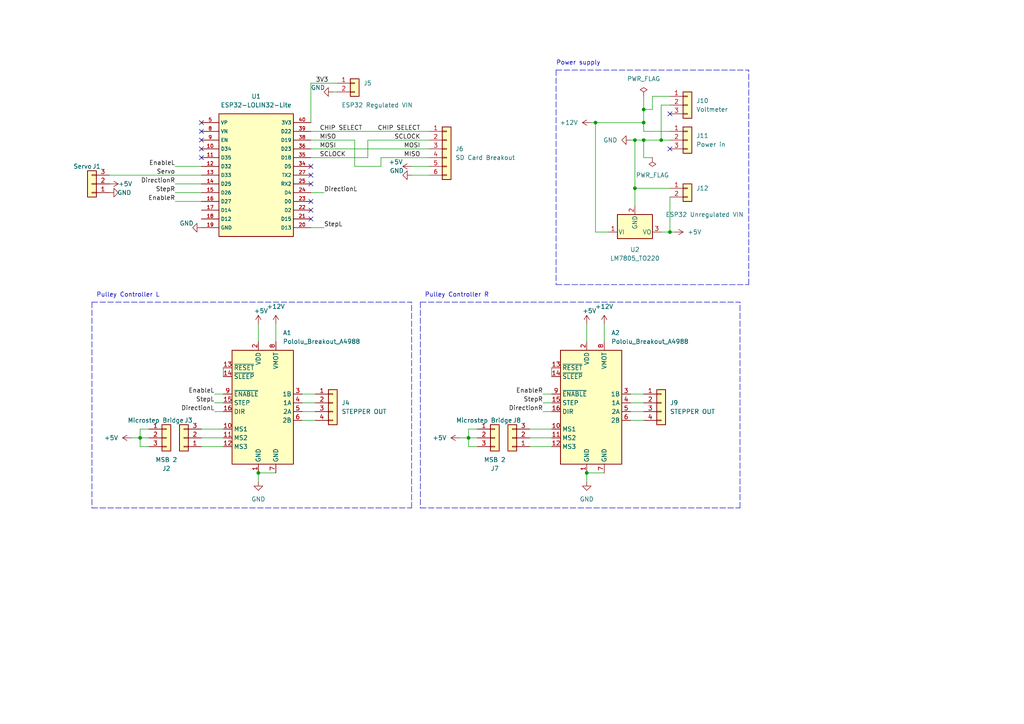
<source format=kicad_sch>
(kicad_sch (version 20211123) (generator eeschema)
  (paper "A4")
  (title_block (title "Whiteboard Plotter Controller board") (rev "1"))
  (lib_symbols
    (symbol "Connector_Generic:Conn_01x02" (pin_names (offset 1.016) hide)
      (property "Reference" "J" (at 0 2.54 0))
      (property "Value" "Conn_01x02" (at 0 -5.08 0))
      (symbol "Conn_01x02_1_1"
        (rectangle (start -1.27 -2.413) (end 0 -2.667) (stroke (width 0.1524)))
        (rectangle (start -1.27 0.127) (end 0 -0.127) (stroke (width 0.1524)))
        (rectangle (start -1.27 1.27) (end 1.27 -3.81) (stroke (width 0.254)) (fill (type background)))
        (pin passive line (at -5.08 0 0) (length 3.81) (name "Pin_1") (number "1"))
        (pin passive line (at -5.08 -2.54 0) (length 3.81) (name "Pin_2") (number "2"))
      )
    )
    (symbol "Connector_Generic:Conn_01x03" (pin_names (offset 1.016) hide)
      (property "Reference" "J" (at 0 5.08 0))
      (property "Value" "Conn_01x03" (at 0 -5.08 0))
      (symbol "Conn_01x03_1_1"
        (rectangle (start -1.27 -2.413) (end 0 -2.667) (stroke (width 0.1524)))
        (rectangle (start -1.27 0.127) (end 0 -0.127) (stroke (width 0.1524)))
        (rectangle (start -1.27 2.667) (end 0 2.413) (stroke (width 0.1524)))
        (rectangle (start -1.27 3.81) (end 1.27 -3.81) (stroke (width 0.254)) (fill (type background)))
        (pin passive line (at -5.08 2.54 0) (length 3.81) (name "Pin_1") (number "1"))
        (pin passive line (at -5.08 0 0) (length 3.81) (name "Pin_2") (number "2"))
        (pin passive line (at -5.08 -2.54 0) (length 3.81) (name "Pin_3") (number "3"))
      )
    )
    (symbol "Connector_Generic:Conn_01x04" (pin_names (offset 1.016) hide)
      (property "Reference" "J" (at 0 5.08 0))
      (property "Value" "Conn_01x04" (at 0 -7.62 0))
      (symbol "Conn_01x04_1_1"
        (rectangle (start -1.27 -4.953) (end 0 -5.207) (stroke (width 0.1524)))
        (rectangle (start -1.27 -2.413) (end 0 -2.667) (stroke (width 0.1524)))
        (rectangle (start -1.27 0.127) (end 0 -0.127) (stroke (width 0.1524)))
        (rectangle (start -1.27 2.667) (end 0 2.413) (stroke (width 0.1524)))
        (rectangle (start -1.27 3.81) (end 1.27 -6.35) (stroke (width 0.254)) (fill (type background)))
        (pin passive line (at -5.08 2.54 0) (length 3.81) (name "Pin_1") (number "1"))
        (pin passive line (at -5.08 0 0) (length 3.81) (name "Pin_2") (number "2"))
        (pin passive line (at -5.08 -2.54 0) (length 3.81) (name "Pin_3") (number "3"))
        (pin passive line (at -5.08 -5.08 0) (length 3.81) (name "Pin_4") (number "4"))
      )
    )
    (symbol "Connector_Generic:Conn_01x06" (pin_names (offset 1.016) hide)
      (property "Reference" "J" (at 0 7.62 0))
      (property "Value" "Conn_01x06" (at 0 -10.16 0))
      (symbol "Conn_01x06_1_1"
        (rectangle (start -1.27 -7.493) (end 0 -7.747) (stroke (width 0.1524)))
        (rectangle (start -1.27 -4.953) (end 0 -5.207) (stroke (width 0.1524)))
        (rectangle (start -1.27 -2.413) (end 0 -2.667) (stroke (width 0.1524)))
        (rectangle (start -1.27 0.127) (end 0 -0.127) (stroke (width 0.1524)))
        (rectangle (start -1.27 2.667) (end 0 2.413) (stroke (width 0.1524)))
        (rectangle (start -1.27 5.207) (end 0 4.953) (stroke (width 0.1524)))
        (rectangle (start -1.27 6.35) (end 1.27 -8.89) (stroke (width 0.254)) (fill (type background)))
        (pin passive line (at -5.08 5.08 0) (length 3.81) (name "Pin_1") (number "1"))
        (pin passive line (at -5.08 2.54 0) (length 3.81) (name "Pin_2") (number "2"))
        (pin passive line (at -5.08 0 0) (length 3.81) (name "Pin_3") (number "3"))
        (pin passive line (at -5.08 -2.54 0) (length 3.81) (name "Pin_4") (number "4"))
        (pin passive line (at -5.08 -5.08 0) (length 3.81) (name "Pin_5") (number "5"))
        (pin passive line (at -5.08 -7.62 0) (length 3.81) (name "Pin_6") (number "6"))
      )
    )
    (symbol "Driver_Motor:Pololu_Breakout_A4988"
      (property "Reference" "A" (at -2.54 19.05 0))
      (property "Value" "Pololu_Breakout_A4988" (at -2.54 16.51 0))
      (symbol "Pololu_Breakout_A4988_0_1"
        (rectangle (start 10.16 -17.78) (end -7.62 15.24) (stroke (width 0.254)) (fill (type background)))
      )
      (symbol "Pololu_Breakout_A4988_1_1"
        (pin power_in line (at 0 -20.32 90) (length 2.54) (name "GND") (number "1"))
        (pin input line (at -10.16 -7.62 0) (length 2.54) (name "MS1") (number "10"))
        (pin input line (at -10.16 -10.16 0) (length 2.54) (name "MS2") (number "11"))
        (pin input line (at -10.16 -12.7 0) (length 2.54) (name "MS3") (number "12"))
        (pin input line (at -10.16 10.16 0) (length 2.54) (name "~{RESET}") (number "13"))
        (pin input line (at -10.16 7.62 0) (length 2.54) (name "~{SLEEP}") (number "14"))
        (pin input line (at -10.16 0 0) (length 2.54) (name "STEP") (number "15"))
        (pin input line (at -10.16 -2.54 0) (length 2.54) (name "DIR") (number "16"))
        (pin power_in line (at 0 17.78 270) (length 2.54) (name "VDD") (number "2"))
        (pin output line (at 12.7 2.54 180) (length 2.54) (name "1B") (number "3"))
        (pin output line (at 12.7 0 180) (length 2.54) (name "1A") (number "4"))
        (pin output line (at 12.7 -2.54 180) (length 2.54) (name "2A") (number "5"))
        (pin output line (at 12.7 -5.08 180) (length 2.54) (name "2B") (number "6"))
        (pin power_in line (at 5.08 -20.32 90) (length 2.54) (name "GND") (number "7"))
        (pin power_in line (at 5.08 17.78 270) (length 2.54) (name "VMOT") (number "8"))
        (pin input line (at -10.16 2.54 0) (length 2.54) (name "~{ENABLE}") (number "9"))
      )
    )
    (symbol "Espressif:ESP32-LOLIN32-Lite"
      (property "Reference" "U" (at -3.81 13.97 0))
      (property "Value" "ESP32-LOLIN32-Lite" (at 0 1.27 90))
      (symbol "ESP32-LOLIN32-Lite_0_1"
        (rectangle (start -11.43 19.05) (end 10.16 -16.51) (stroke (width 0.254)) (fill (type background)))
      )
      (symbol "ESP32-LOLIN32-Lite_1_1"
        (pin bidirectional line (at -16.51 8.89 0) (length 5.08) (name "D34") (number "10"))
        (pin bidirectional line (at -16.51 6.35 0) (length 5.08) (name "D35") (number "11"))
        (pin bidirectional line (at -16.51 3.81 0) (length 5.08) (name "D32") (number "12"))
        (pin bidirectional line (at -16.51 1.27 0) (length 5.08) (name "D33") (number "13"))
        (pin bidirectional line (at -16.51 -1.27 0) (length 5.08) (name "D25") (number "14"))
        (pin bidirectional line (at -16.51 -3.81 0) (length 5.08) (name "D26") (number "15"))
        (pin bidirectional line (at -16.51 -6.35 0) (length 5.08) (name "D27") (number "16"))
        (pin bidirectional line (at -16.51 -8.89 0) (length 5.08) (name "D14") (number "17"))
        (pin bidirectional line (at -16.51 -11.43 0) (length 5.08) (name "D12") (number "18"))
        (pin power_in line (at -16.51 -13.97 0) (length 5.08) (name "GND") (number "19"))
        (pin bidirectional line (at 15.24 -13.97 180) (length 5.08) (name "D13") (number "20"))
        (pin bidirectional line (at 15.24 -11.43 180) (length 5.08) (name "D15") (number "21"))
        (pin bidirectional line (at 15.24 -8.89 180) (length 5.08) (name "D2") (number "22"))
        (pin bidirectional line (at 15.24 -6.35 180) (length 5.08) (name "D0") (number "23"))
        (pin bidirectional line (at 15.24 -3.81 180) (length 5.08) (name "D4") (number "24"))
        (pin input line (at 15.24 -1.27 180) (length 5.08) (name "RX2") (number "25"))
        (pin output line (at 15.24 1.27 180) (length 5.08) (name "TX2") (number "27"))
        (pin bidirectional line (at 15.24 3.81 180) (length 5.08) (name "D5") (number "34"))
        (pin bidirectional line (at 15.24 6.35 180) (length 5.08) (name "D18") (number "35"))
        (pin bidirectional line (at 15.24 8.89 180) (length 5.08) (name "D23") (number "36"))
        (pin bidirectional line (at 15.24 11.43 180) (length 5.08) (name "D19") (number "38"))
        (pin bidirectional line (at 15.24 13.97 180) (length 5.08) (name "D22") (number "39"))
        (pin input line (at 15.24 16.51 180) (length 5.08) (name "3V3") (number "40"))
        (pin bidirectional line (at -16.51 16.51 0) (length 5.08) (name "VP") (number "5"))
        (pin bidirectional line (at -16.51 13.97 0) (length 5.08) (name "VN") (number "8"))
        (pin input line (at -16.51 11.43 0) (length 5.08) (name "EN") (number "9"))
      )
    )
    (symbol "Regulator_Linear:LM7805_TO220" (pin_names (offset 0.254))
      (property "Reference" "U" (at -3.81 3.175 0))
      (property "Value" "LM7805_TO220" (at 0 3.175 0))
      (symbol "LM7805_TO220_0_1"
        (rectangle (start -5.08 1.905) (end 5.08 -5.08) (stroke (width 0.254)) (fill (type background)))
      )
      (symbol "LM7805_TO220_1_1"
        (pin power_in line (at -7.62 0 0) (length 2.54) (name "VI") (number "1"))
        (pin power_in line (at 0 -7.62 90) (length 2.54) (name "GND") (number "2"))
        (pin power_out line (at 7.62 0 180) (length 2.54) (name "VO") (number "3"))
      )
    )
    (symbol "power:+12V" (power) (pin_names (offset 0))
      (property "Value" "+12V" (at 0 3.556 0))
      (symbol "+12V_0_1"
        (polyline (pts (xy -0.762 1.27) (xy 0 2.54)))
        (polyline (pts (xy 0 0) (xy 0 2.54)))
        (polyline (pts (xy 0 2.54) (xy 0.762 1.27)))
      )
      (symbol "+12V_1_1"
        (pin power_in line (at 0 0 90) (length 0) hide (name "+12V") (number "1"))
      )
    )
    (symbol "power:+5V" (power) (pin_names (offset 0))
      (property "Value" "+5V" (at 0 3.556 0))
      (symbol "+5V_0_1"
        (polyline (pts (xy -0.762 1.27) (xy 0 2.54)))
        (polyline (pts (xy 0 0) (xy 0 2.54)))
        (polyline (pts (xy 0 2.54) (xy 0.762 1.27)))
      )
      (symbol "+5V_1_1"
        (pin power_in line (at 0 0 90) (length 0) hide (name "+5V") (number "1"))
      )
    )
    (symbol "power:GND" (power) (pin_names (offset 0))
      (property "Value" "GND" (at 0 -3.81 0))
      (symbol "GND_0_1"
        (polyline (pts (xy 0 0) (xy 0 -1.27) (xy 1.27 -1.27) (xy 0 -2.54) (xy -1.27 -1.27) (xy 0 -1.27)))
      )
      (symbol "GND_1_1"
        (pin power_in line (at 0 0 270) (length 0) hide (name "GND") (number "1"))
      )
    )
    (symbol "power:PWR_FLAG" (power) (pin_numbers hide) (pin_names (offset 0) hide)
      (property "Value" "PWR_FLAG" (at 0 3.81 0))
      (symbol "PWR_FLAG_0_0"
        (pin power_out line (at 0 0 90) (length 0) (name "pwr") (number "1"))
      )
      (symbol "PWR_FLAG_0_1"
        (polyline (pts (xy 0 0) (xy 0 1.27) (xy -1.016 1.905) (xy 0 2.54) (xy 1.016 1.905) (xy 0 1.27)))
      )
    )
  )
  (junction (at 194.31 67.31))
  (junction (at 40.64 127))
  (junction (at 184.15 54.61))
  (junction (at 172.72 35.56))
  (junction (at 170.18 137.16))
  (junction (at 186.69 35.56))
  (junction (at 184.15 40.64))
  (junction (at 186.69 31.75))
  (junction (at 186.69 40.64))
  (junction (at 135.89 127))
  (junction (at 191.77 40.64))
  (junction (at 74.93 137.16))
  (no_connect (at 58.42 43.18))
  (no_connect (at 194.31 33.02))
  (no_connect (at 90.17 53.34))
  (no_connect (at 90.17 50.8))
  (no_connect (at 90.17 48.26))
  (no_connect (at 90.17 60.96))
  (no_connect (at 90.17 63.5))
  (no_connect (at 90.17 58.42))
  (no_connect (at 58.42 38.1))
  (no_connect (at 58.42 40.64))
  (no_connect (at 58.42 35.56))
  (no_connect (at 194.31 43.18))
  (no_connect (at 58.42 45.72))
  (wire (pts (xy 31.75 50.8) (xy 58.42 50.8)))
  (wire (pts (xy 194.31 67.31) (xy 195.58 67.31)))
  (wire (pts (xy 186.69 40.64) (xy 186.69 45.72)))
  (polyline (pts (xy 217.17 82.55) (xy 217.17 20.32)))
  (wire (pts (xy 90.17 38.1) (xy 124.46 38.1)))
  (wire (pts (xy 186.69 121.92) (xy 182.88 121.92)))
  (wire (pts (xy 62.23 119.38) (xy 64.77 119.38)))
  (wire (pts (xy 171.45 35.56) (xy 172.72 35.56)))
  (wire (pts (xy 91.44 116.84) (xy 87.63 116.84)))
  (wire (pts (xy 90.17 40.64) (xy 102.87 40.64)))
  (wire (pts (xy 90.17 43.18) (xy 124.46 43.18)))
  (wire (pts (xy 135.89 124.46) (xy 138.43 124.46)))
  (wire (pts (xy 124.46 48.26) (xy 119.38 48.26)))
  (wire (pts (xy 50.8 58.42) (xy 58.42 58.42)))
  (wire (pts (xy 91.44 114.3) (xy 87.63 114.3)))
  (wire (pts (xy 186.69 40.64) (xy 191.77 40.64)))
  (wire (pts (xy 153.67 129.54) (xy 160.02 129.54)))
  (wire (pts (xy 189.23 45.72) (xy 186.69 45.72)))
  (wire (pts (xy 170.18 139.7) (xy 170.18 137.16)))
  (wire (pts (xy 157.48 119.38) (xy 160.02 119.38)))
  (wire (pts (xy 186.69 31.75) (xy 186.69 35.56)))
  (polyline (pts (xy 161.29 20.32) (xy 217.17 20.32)))
  (wire (pts (xy 160.02 106.68) (xy 160.02 109.22)))
  (polyline (pts (xy 26.67 87.63) (xy 26.67 147.32)))
  (wire (pts (xy 40.64 127) (xy 40.64 129.54)))
  (wire (pts (xy 172.72 35.56) (xy 172.72 67.31)))
  (wire (pts (xy 58.42 124.46) (xy 64.77 124.46)))
  (wire (pts (xy 184.15 54.61) (xy 184.15 59.69)))
  (wire (pts (xy 184.15 40.64) (xy 184.15 54.61)))
  (wire (pts (xy 172.72 35.56) (xy 186.69 35.56)))
  (wire (pts (xy 124.46 50.8) (xy 119.38 50.8)))
  (polyline (pts (xy 121.92 87.63) (xy 121.92 147.32)))
  (wire (pts (xy 184.15 40.64) (xy 186.69 40.64)))
  (wire (pts (xy 153.67 127) (xy 160.02 127)))
  (wire (pts (xy 135.89 127) (xy 138.43 127)))
  (wire (pts (xy 93.98 66.04) (xy 90.17 66.04)))
  (wire (pts (xy 157.48 114.3) (xy 160.02 114.3)))
  (wire (pts (xy 135.89 129.54) (xy 138.43 129.54)))
  (polyline (pts (xy 121.92 87.63) (xy 214.63 87.63)))
  (wire (pts (xy 62.23 114.3) (xy 64.77 114.3)))
  (wire (pts (xy 186.69 114.3) (xy 182.88 114.3)))
  (wire (pts (xy 170.18 137.16) (xy 175.26 137.16)))
  (wire (pts (xy 90.17 24.13) (xy 97.79 24.13)))
  (wire (pts (xy 90.17 45.72) (xy 106.68 45.72)))
  (wire (pts (xy 106.68 40.64) (xy 106.68 45.72)))
  (wire (pts (xy 186.69 38.1) (xy 194.31 38.1)))
  (wire (pts (xy 38.1 127) (xy 40.64 127)))
  (wire (pts (xy 50.8 53.34) (xy 58.42 53.34)))
  (wire (pts (xy 186.69 119.38) (xy 182.88 119.38)))
  (wire (pts (xy 133.35 127) (xy 135.89 127)))
  (wire (pts (xy 184.15 54.61) (xy 194.31 54.61)))
  (wire (pts (xy 96.52 26.67) (xy 97.79 26.67)))
  (wire (pts (xy 170.18 93.98) (xy 170.18 99.06)))
  (polyline (pts (xy 121.92 147.32) (xy 214.63 147.32)))
  (wire (pts (xy 50.8 48.26) (xy 58.42 48.26)))
  (wire (pts (xy 93.98 55.88) (xy 90.17 55.88)))
  (wire (pts (xy 40.64 129.54) (xy 43.18 129.54)))
  (wire (pts (xy 64.77 106.68) (xy 64.77 109.22)))
  (wire (pts (xy 80.01 93.98) (xy 80.01 99.06)))
  (polyline (pts (xy 214.63 147.32) (xy 214.63 87.63)))
  (wire (pts (xy 135.89 127) (xy 135.89 124.46)))
  (polyline (pts (xy 26.67 147.32) (xy 119.38 147.32)))
  (wire (pts (xy 74.93 137.16) (xy 80.01 137.16)))
  (wire (pts (xy 186.69 116.84) (xy 182.88 116.84)))
  (polyline (pts (xy 161.29 82.55) (xy 217.17 82.55)))
  (wire (pts (xy 110.49 45.72) (xy 124.46 45.72)))
  (polyline (pts (xy 26.67 87.63) (xy 119.38 87.63)))
  (wire (pts (xy 40.64 127) (xy 43.18 127)))
  (wire (pts (xy 102.87 40.64) (xy 102.87 48.26)))
  (wire (pts (xy 40.64 127) (xy 40.64 124.46)))
  (polyline (pts (xy 161.29 20.32) (xy 161.29 82.55)))
  (wire (pts (xy 186.69 27.94) (xy 186.69 31.75)))
  (wire (pts (xy 186.69 35.56) (xy 186.69 38.1)))
  (wire (pts (xy 189.23 27.94) (xy 189.23 31.75)))
  (wire (pts (xy 50.8 55.88) (xy 58.42 55.88)))
  (wire (pts (xy 153.67 124.46) (xy 160.02 124.46)))
  (wire (pts (xy 90.17 35.56) (xy 90.17 24.13)))
  (wire (pts (xy 191.77 67.31) (xy 194.31 67.31)))
  (wire (pts (xy 106.68 40.64) (xy 124.46 40.64)))
  (wire (pts (xy 194.31 27.94) (xy 189.23 27.94)))
  (wire (pts (xy 135.89 127) (xy 135.89 129.54)))
  (wire (pts (xy 191.77 30.48) (xy 191.77 40.64)))
  (wire (pts (xy 58.42 129.54) (xy 64.77 129.54)))
  (wire (pts (xy 62.23 116.84) (xy 64.77 116.84)))
  (wire (pts (xy 191.77 40.64) (xy 194.31 40.64)))
  (wire (pts (xy 91.44 119.38) (xy 87.63 119.38)))
  (wire (pts (xy 110.49 48.26) (xy 110.49 45.72)))
  (wire (pts (xy 157.48 116.84) (xy 160.02 116.84)))
  (wire (pts (xy 102.87 48.26) (xy 110.49 48.26)))
  (wire (pts (xy 91.44 121.92) (xy 87.63 121.92)))
  (wire (pts (xy 194.31 57.15) (xy 194.31 67.31)))
  (wire (pts (xy 194.31 30.48) (xy 191.77 30.48)))
  (wire (pts (xy 58.42 127) (xy 64.77 127)))
  (wire (pts (xy 189.23 31.75) (xy 186.69 31.75)))
  (wire (pts (xy 74.93 139.7) (xy 74.93 137.16)))
  (polyline (pts (xy 119.38 147.32) (xy 119.38 87.63)))
  (wire (pts (xy 74.93 93.98) (xy 74.93 99.06)))
  (wire (pts (xy 40.64 124.46) (xy 43.18 124.46)))
  (wire (pts (xy 175.26 93.98) (xy 175.26 99.06)))
  (wire (pts (xy 182.88 40.64) (xy 184.15 40.64)))
  (wire (pts (xy 172.72 67.31) (xy 176.53 67.31)))
  (text "Power supply" (at 161.29 19.05 0) (effects (font (size 1.27 1.27)) (justify left bottom)))
  (text "Pulley Controller R" (at 123.19 86.36 0) (effects (font (size 1.27 1.27)) (justify left bottom)))
  (text "Pulley Controller L" (at 27.94 86.36 0) (effects (font (size 1.27 1.27)) (justify left bottom)))
  (label "DirectionL" (at 62.23 119.38 180))
  (label "CHIP SELECT" (at 121.92 38.1 180))
  (label "Servo" (at 50.8 50.8 180))
  (label "DirectionR" (at 157.48 119.38 180))
  (label "MOSI" (at 92.71 43.18 0))
  (label "DirectionR" (at 50.8 53.34 180))
  (label "MISO" (at 92.71 40.64 0))
  (label "EnableR" (at 157.48 114.3 180))
  (label "EnableR" (at 50.8 58.42 180))
  (label "3V3" (at 95.25 24.13 180))
  (label "EnableL" (at 50.8 48.26 180))
  (label "DirectionL" (at 93.98 55.88 0))
  (label "SCLOCK" (at 121.92 40.64 180))
  (label "MISO" (at 121.92 45.72 180))
  (label "EnableL" (at 62.23 114.3 180))
  (label "MOSI" (at 121.92 43.18 180))
  (label "CHIP SELECT" (at 92.71 38.1 0))
  (label "StepR" (at 157.48 116.84 180))
  (label "StepR" (at 50.8 55.88 180))
  (label "SCLOCK" (at 92.71 45.72 0))
  (label "StepL" (at 62.23 116.84 180))
  (label "StepL" (at 93.98 66.04 0))
  (symbol (lib_id "power:GND") (at 74.93 139.7 0) (unit 1)
    (property "Reference" "#PWR06" (effects hide))
    (property "Value" "GND" (at 74.93 144.78 0))
  )
  (symbol (lib_id "Connector_Generic:Conn_01x03") (at 26.67 53.34 180) (unit 1)
    (property "Reference" "J1" (at 29.21 48.26 0) (effects (justify left)))
    (property "Value" "Servo" (at 26.67 48.26 0) (effects (justify left)))
    (property "Footprint" "Connector_PinHeader_2.54mm:PinHeader_1x03_P2.54mm_Vertical" (effects hide))
  )
  (symbol (lib_id "power:+5V") (at 133.35 127 90) (unit 1)
    (property "Reference" "#PWR011" (effects hide))
    (property "Value" "+5V" (at 129.54 126.9999 90) (effects (justify left)))
  )
  (symbol (lib_id "Connector_Generic:Conn_01x02") (at 199.39 54.61 0) (unit 1)
    (property "Reference" "J12" (at 201.93 54.6099 0) (effects (justify left)))
    (property "Value" "ESP32 Unregulated VIN" (at 193.04 62.23 0) (effects (justify left)))
    (property "Footprint" "Connector_PinHeader_2.54mm:PinHeader_1x02_P2.54mm_Vertical" (effects hide))
  )
  (symbol (lib_id "Driver_Motor:Pololu_Breakout_A4988") (at 170.18 116.84 0) (unit 1)
    (property "Reference" "A2" (at 177.2794 96.52 0) (effects (justify left)))
    (property "Value" "Pololu_Breakout_A4988" (at 177.2794 99.06 0) (effects (justify left)))
    (property "Footprint" "Module:Pololu_Breakout-16_15.2x20.3mm" (effects hide))
    (property "Datasheet" "https://www.pololu.com/product/2980/pictures" (effects hide))
  )
  (symbol (lib_id "power:+5V") (at 31.75 53.34 270) (unit 1)
    (property "Reference" "#PWR01" (effects hide))
    (property "Value" "+5V" (at 34.29 53.34 90) (effects (justify left)))
  )
  (symbol (lib_id "Driver_Motor:Pololu_Breakout_A4988") (at 74.93 116.84 0) (unit 1)
    (property "Reference" "A1" (at 82.0294 96.52 0) (effects (justify left)))
    (property "Value" "Pololu_Breakout_A4988" (at 82.0294 99.06 0) (effects (justify left)))
    (property "Footprint" "Module:Pololu_Breakout-16_15.2x20.3mm" (effects hide))
    (property "Datasheet" "https://www.pololu.com/product/2980/pictures" (effects hide))
  )
  (symbol (lib_id "Connector_Generic:Conn_01x03") (at 48.26 127 0) (unit 1)
    (property "Reference" "J2" (at 48.26 135.89 0))
    (property "Value" "MSB 2" (at 48.26 133.35 0))
    (property "Footprint" "Connector_PinHeader_2.54mm:PinHeader_1x03_P2.54mm_Vertical" (effects hide))
  )
  (symbol (lib_id "power:GND") (at 31.75 55.88 90) (unit 1)
    (property "Reference" "#PWR02" (effects hide))
    (property "Value" "GND" (at 38.1 55.88 90) (effects (justify left)))
  )
  (symbol (lib_id "power:+12V") (at 80.01 93.98 0) (unit 1)
    (property "Reference" "#PWR07" (effects hide))
    (property "Value" "+12V" (at 80.01 88.9 0))
  )
  (symbol (lib_id "power:GND") (at 96.52 26.67 270) (unit 1)
    (property "Reference" "#PWR08" (effects hide))
    (property "Value" "GND" (at 90.17 25.4 90) (effects (justify left)))
  )
  (symbol (lib_id "power:+12V") (at 175.26 93.98 0) (unit 1)
    (property "Reference" "#PWR015" (effects hide))
    (property "Value" "+12V" (at 175.26 88.9 0))
  )
  (symbol (lib_id "power:+5V") (at 74.93 93.98 0) (unit 1)
    (property "Reference" "#PWR05" (effects hide))
    (property "Value" "+5V" (at 73.66 90.17 0) (effects (justify left)))
  )
  (symbol (lib_id "Connector_Generic:Conn_01x03") (at 199.39 40.64 0) (unit 1)
    (property "Reference" "J11" (at 201.93 39.3699 0) (effects (justify left)))
    (property "Value" "Power in" (at 201.93 41.9099 0) (effects (justify left)))
    (property "Footprint" "Connector_PinHeader_2.54mm:PinHeader_1x03_P2.54mm_Vertical" (effects hide))
  )
  (symbol (lib_id "Connector_Generic:Conn_01x06") (at 129.54 43.18 0) (unit 1)
    (property "Reference" "J6" (at 132.08 43.1799 0) (effects (justify left)))
    (property "Value" "SD Card Breakout" (at 132.08 45.7199 0) (effects (justify left)))
    (property "Footprint" "Connector_PinHeader_2.54mm:PinHeader_1x06_P2.54mm_Vertical" (effects hide))
  )
  (symbol (lib_id "Connector_Generic:Conn_01x03") (at 53.34 127 180) (unit 1)
    (property "Reference" "J3" (at 55.88 121.92 0) (effects (justify left)))
    (property "Value" "Microstep Bridge" (at 53.34 121.92 0) (effects (justify left)))
    (property "Footprint" "Connector_PinHeader_2.54mm:PinHeader_1x03_P2.54mm_Vertical" (effects hide))
  )
  (symbol (lib_id "power:+12V") (at 171.45 35.56 90) (unit 1)
    (property "Reference" "#PWR014" (effects hide))
    (property "Value" "+12V" (at 167.64 35.5599 90) (effects (justify left)))
  )
  (symbol (lib_id "power:PWR_FLAG") (at 189.23 45.72 180) (unit 1)
    (property "Reference" "#FLG02" (effects hide))
    (property "Value" "PWR_FLAG" (at 189.23 50.8 0))
  )
  (symbol (lib_id "Regulator_Linear:LM7805_TO220") (at 184.15 67.31 0) (mirror x) (unit 1)
    (property "Reference" "U2" (at 184.15 72.39 0))
    (property "Value" "LM7805_TO220" (at 184.15 74.93 0))
    (property "Footprint" "Package_TO_SOT_THT:TO-220-3_Vertical" (effects hide))
    (property "Datasheet" "https://www.onsemi.cn/PowerSolutions/document/MC7800-D.PDF" (effects hide))
  )
  (symbol (lib_id "power:GND") (at 119.38 50.8 270) (unit 1)
    (property "Reference" "#PWR010" (effects hide))
    (property "Value" "GND" (at 113.03 49.53 90) (effects (justify left)))
  )
  (symbol (lib_id "power:+5V") (at 119.38 48.26 90) (unit 1)
    (property "Reference" "#PWR09" (effects hide))
    (property "Value" "+5V" (at 116.84 46.99 90) (effects (justify left)))
  )
  (symbol (lib_id "Connector_Generic:Conn_01x02") (at 102.87 24.13 0) (unit 1)
    (property "Reference" "J5" (at 105.41 24.1299 0) (effects (justify left)))
    (property "Value" "ESP32 Regulated VIN" (at 99.06 30.48 0) (effects (justify left)))
    (property "Footprint" "Connector_PinHeader_2.54mm:PinHeader_1x02_P2.54mm_Vertical" (effects hide))
  )
  (symbol (lib_id "Connector_Generic:Conn_01x03") (at 148.59 127 180) (unit 1)
    (property "Reference" "J8" (at 151.13 121.92 0) (effects (justify left)))
    (property "Value" "Microstep Bridge" (at 148.59 121.92 0) (effects (justify left)))
    (property "Footprint" "Connector_PinHeader_2.54mm:PinHeader_1x03_P2.54mm_Vertical" (effects hide))
  )
  (symbol (lib_id "power:+5V") (at 170.18 93.98 0) (unit 1)
    (property "Reference" "#PWR012" (effects hide))
    (property "Value" "+5V" (at 168.91 90.17 0) (effects (justify left)))
  )
  (symbol (lib_id "Connector_Generic:Conn_01x03") (at 199.39 30.48 0) (unit 1)
    (property "Reference" "J10" (at 201.93 29.2099 0) (effects (justify left)))
    (property "Value" "Voltmeter" (at 201.93 31.7499 0) (effects (justify left)))
    (property "Footprint" "Connector_PinHeader_2.54mm:PinHeader_1x03_P2.54mm_Vertical" (effects hide))
  )
  (symbol (lib_id "Connector_Generic:Conn_01x04") (at 96.52 116.84 0) (unit 1)
    (property "Reference" "J4" (at 99.06 116.8399 0) (effects (justify left)))
    (property "Value" "STEPPER OUT" (at 99.06 119.3799 0) (effects (justify left)))
    (property "Footprint" "Connector_PinHeader_2.54mm:PinHeader_1x04_P2.54mm_Vertical" (effects hide))
  )
  (symbol (lib_id "power:+5V") (at 38.1 127 90) (unit 1)
    (property "Reference" "#PWR03" (effects hide))
    (property "Value" "+5V" (at 34.29 126.9999 90) (effects (justify left)))
  )
  (symbol (lib_id "power:PWR_FLAG") (at 186.69 27.94 0) (unit 1)
    (property "Reference" "#FLG01" (effects hide))
    (property "Value" "PWR_FLAG" (at 186.69 22.86 0))
  )
  (symbol (lib_id "power:GND") (at 58.42 66.04 270) (unit 1)
    (property "Reference" "#PWR04" (effects hide))
    (property "Value" "GND" (at 52.07 64.77 90) (effects (justify left)))
  )
  (symbol (lib_id "power:GND") (at 182.88 40.64 270) (unit 1)
    (property "Reference" "#PWR016" (effects hide))
    (property "Value" "GND" (at 179.07 40.6399 90) (effects (justify right)))
    (property "power-flag" "TRUE" (effects hide))
  )
  (symbol (lib_id "Connector_Generic:Conn_01x04") (at 191.77 116.84 0) (unit 1)
    (property "Reference" "J9" (at 194.31 116.8399 0) (effects (justify left)))
    (property "Value" "STEPPER OUT" (at 194.31 119.3799 0) (effects (justify left)))
    (property "Footprint" "Connector_PinHeader_2.54mm:PinHeader_1x04_P2.54mm_Vertical" (effects hide))
  )
  (symbol (lib_id "Connector_Generic:Conn_01x03") (at 143.51 127 0) (unit 1)
    (property "Reference" "J7" (at 143.51 135.89 0))
    (property "Value" "MSB 2" (at 143.51 133.35 0))
    (property "Footprint" "Connector_PinHeader_2.54mm:PinHeader_1x03_P2.54mm_Vertical" (effects hide))
  )
  (symbol (lib_id "Espressif:ESP32-LOLIN32-Lite") (at 74.93 52.07 0) (unit 1)
    (property "Reference" "U1" (at 74.295 27.94 0))
    (property "Value" "ESP32-LOLIN32-Lite" (at 74.295 30.48 0))
    (property "Footprint" "Espressif:ESP32-LOLIN32-Lite" (effects hide))
  )
  (symbol (lib_id "power:+5V") (at 195.58 67.31 270) (unit 1)
    (property "Reference" "#PWR017" (effects hide))
    (property "Value" "+5V" (at 199.39 67.3099 90) (effects (justify left)))
  )
  (symbol (lib_id "power:GND") (at 170.18 139.7 0) (unit 1)
    (property "Reference" "#PWR013" (effects hide))
    (property "Value" "GND" (at 170.18 144.78 0))
  )
)
</source>
